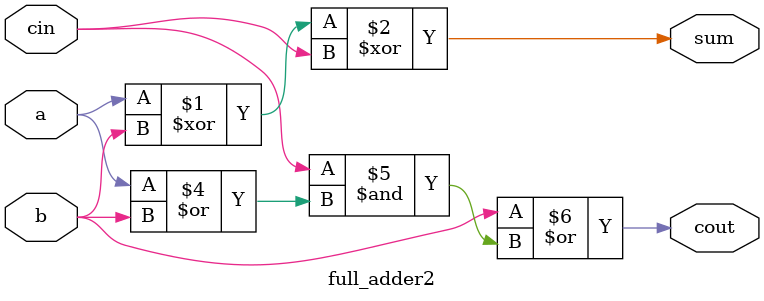
<source format=v>
module full_adder2(a,b,cin,sum,cout);
input a,b,cin;
output sum,cout;
assign sum = a^b^cin;
assign cout = 1'b1&b|cin&(a|b); 
// initial begin
//     $display("The incorrect adder with and0 having in1/1");
// end   
endmodule
</source>
